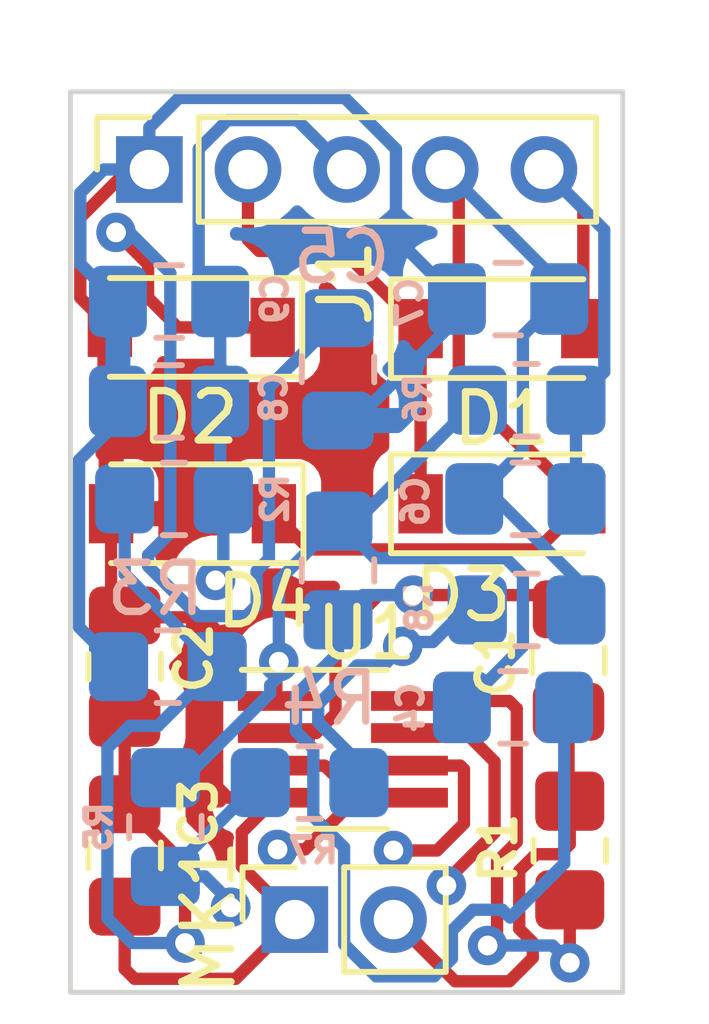
<source format=kicad_pcb>
(kicad_pcb (version 20211014) (generator pcbnew)
  (layers (0 "F.Cu" signal) (1 "In1.Cu" signal) (2 "In2.Cu" signal) (31 "B.Cu" signal) (34 "B.Paste" user) (35 "F.Paste" user) (36 "B.SilkS" user "B.Silkscreen") (37 "F.SilkS" user "F.Silkscreen") (38 "B.Mask" user) (39 "F.Mask" user) (44 "Edge.Cuts" user))
  (net 0 "")
  (net 1 "Net-(C1-Pad1)")
  (net 2 "Net-(C1-Pad2)")
  (net 3 "GND")
  (net 4 "Net-(C2-Pad2)")
  (net 5 "Net-(C4-Pad2)")
  (net 6 "Net-(C5-Pad1)")
  (net 7 "Net-(C6-Pad1)")
  (net 8 "10V")
  (net 9 "5V")
  (net 10 "Net-(R5-Pad2)")
  (net 11 "Net-(R7-Pad2)")
  (footprint "Capacitor_SMD:C_0805_2012Metric_Pad1.18x1.45mm_HandSolder" (layer "F.Cu") (at 30.3 24.7 90)
    (fp_text reference "C1" (at -0.05 -1.475 90) (layer "F.SilkS") (effects (font (size 0.7 0.7))))
    (fp_text value "2.2uF")
    (fp_line (start -0.261252 0.735) (end 0.261252 0.735) (layer "F.SilkS") (width 0.12))
    (fp_line (start -0.261252 -0.735) (end 0.261252 -0.735) (layer "F.SilkS") (width 0.12))
    (pad "1" smd roundrect (at -1.0375 0 90) (size 1.175 1.45) (layers "F.Cu" "F.Paste" "F.Mask") (roundrect_rratio 0.212766) (net 1 "Net-(C1-Pad1)"))
    (pad "2" smd roundrect (at 1.0375 0 90) (size 1.175 1.45) (layers "F.Cu" "F.Paste" "F.Mask") (roundrect_rratio 0.212766) (net 2 "Net-(C1-Pad2)"))
  )
  (footprint "Capacitor_SMD:C_0805_2012Metric_Pad1.18x1.45mm_HandSolder" (layer "F.Cu") (at 21.3 28.65 90)
    (fp_text reference "C3" (at 0.85 1.5 90) (layer "F.SilkS") (effects (font (size 0.7 0.7))))
    (fp_text value "0.1uF")
    (fp_line (start -0.261252 -0.735) (end 0.261252 -0.735) (layer "F.SilkS") (width 0.12))
    (fp_line (start -0.261252 0.735) (end 0.261252 0.735) (layer "F.SilkS") (width 0.12))
    (pad "1" smd roundrect (at -1.0375 0 90) (size 1.175 1.45) (layers "F.Cu" "F.Paste" "F.Mask") (roundrect_rratio 0.212766) (net 3 "GND"))
    (pad "2" smd roundrect (at 1.0375 0 90) (size 1.175 1.45) (layers "F.Cu" "F.Paste" "F.Mask") (roundrect_rratio 0.212766) (net 4 "Net-(C2-Pad2)"))
  )
  (footprint "Diode_SMD:D_SOD-123" (layer "F.Cu") (at 28.95 21.525)
    (fp_text reference "D3" (at -0.8 1.85) (layer "F.SilkS"))
    (fp_text value "D_Zener")
    (fp_line (start -2.25 -1) (end 1.65 -1) (layer "F.SilkS") (width 0.12))
    (fp_line (start -2.25 1) (end 1.65 1) (layer "F.SilkS") (width 0.12))
    (fp_line (start -2.25 -1) (end -2.25 1) (layer "F.SilkS") (width 0.12))
    (pad "1" smd rect (at -1.65 0) (size 0.9 1.2) (layers "F.Cu" "F.Paste" "F.Mask") (net 9 "5V"))
    (pad "2" smd rect (at 1.65 0) (size 0.9 1.2) (layers "F.Cu" "F.Paste" "F.Mask") (net 7 "Net-(C6-Pad1)"))
  )
  (footprint "Capacitor_SMD:C_0805_2012Metric_Pad1.18x1.45mm_HandSolder" (layer "F.Cu") (at 21.3 24.825 -90)
    (fp_text reference "C2" (at -0.175 -1.4 90) (layer "F.SilkS") (effects (font (size 0.7 0.7))))
    (fp_text value "1uF")
    (fp_line (start -0.261252 -0.735) (end 0.261252 -0.735) (layer "F.SilkS") (width 0.12))
    (fp_line (start -0.261252 0.735) (end 0.261252 0.735) (layer "F.SilkS") (width 0.12))
    (pad "1" smd roundrect (at -1.0375 0 270) (size 1.175 1.45) (layers "F.Cu" "F.Paste" "F.Mask") (roundrect_rratio 0.212766) (net 3 "GND"))
    (pad "2" smd roundrect (at 1.0375 0 270) (size 1.175 1.45) (layers "F.Cu" "F.Paste" "F.Mask") (roundrect_rratio 0.212766) (net 4 "Net-(C2-Pad2)"))
  )
  (footprint "Resistor_SMD:R_0805_2012Metric_Pad1.20x1.40mm_HandSolder" (layer "F.Cu") (at 30.325 28.55 90)
    (fp_text reference "R1" (at 0.05 -1.45 90) (layer "F.SilkS") (effects (font (size 0.7 0.7))))
    (fp_text value "10k")
    (fp_line (start -0.227064 -0.735) (end 0.227064 -0.735) (layer "F.SilkS") (width 0.12))
    (fp_line (start -0.227064 0.735) (end 0.227064 0.735) (layer "F.SilkS") (width 0.12))
    (pad "1" smd roundrect (at -1 0 90) (size 1.2 1.4) (layers "F.Cu" "F.Paste" "F.Mask") (roundrect_rratio 0.208333) (net 8 "10V"))
    (pad "2" smd roundrect (at 1 0 90) (size 1.2 1.4) (layers "F.Cu" "F.Paste" "F.Mask") (roundrect_rratio 0.208333) (net 1 "Net-(C1-Pad1)"))
  )
  (footprint "Package_TO_SOT_SMD:SOT-23-8_Handsoldering" (layer "F.Cu") (at 25.725 26.5)
    (fp_text reference "U1" (at 0.475 -2.35) (layer "F.SilkS"))
    (fp_text value "TL072")
    (fp_line (start 0.9 -1.61) (end -2.05 -1.61) (layer "F.SilkS") (width 0.12))
    (fp_line (start -0.9 1.61) (end 0.9 1.61) (layer "F.SilkS") (width 0.12))
    (pad "1" smd rect (at -1.35 -0.98) (size 1.56 0.4) (layers "F.Cu" "F.Paste" "F.Mask") (net 5 "Net-(C4-Pad2)"))
    (pad "2" smd rect (at -1.35 -0.33) (size 1.56 0.4) (layers "F.Cu" "F.Paste" "F.Mask") (net 2 "Net-(C1-Pad2)"))
    (pad "3" smd rect (at -1.35 0.33) (size 1.56 0.4) (layers "F.Cu" "F.Paste" "F.Mask") (net 4 "Net-(C2-Pad2)"))
    (pad "4" smd rect (at -1.35 0.98) (size 1.56 0.4) (layers "F.Cu" "F.Paste" "F.Mask") (net 3 "GND"))
    (pad "5" smd rect (at 1.35 0.98) (size 1.56 0.4) (layers "F.Cu" "F.Paste" "F.Mask") (net 4 "Net-(C2-Pad2)"))
    (pad "6" smd rect (at 1.35 0.33) (size 1.56 0.4) (layers "F.Cu" "F.Paste" "F.Mask") (net 10 "Net-(R5-Pad2)"))
    (pad "7" smd rect (at 1.35 -0.33) (size 1.56 0.4) (layers "F.Cu" "F.Paste" "F.Mask") (net 11 "Net-(R7-Pad2)"))
    (pad "8" smd rect (at 1.35 -0.98) (size 1.56 0.4) (layers "F.Cu" "F.Paste" "F.Mask") (net 8 "10V"))
  )
  (footprint "Diode_SMD:D_SOD-123" (layer "F.Cu") (at 28.95 17.975)
    (fp_text reference "D1" (at 0 1.825) (layer "F.SilkS"))
    (fp_text value "D_Zener")
    (fp_line (start -2.25 -1) (end 1.65 -1) (layer "F.SilkS") (width 0.12))
    (fp_line (start -2.25 -1) (end -2.25 1) (layer "F.SilkS") (width 0.12))
    (fp_line (start -2.25 1) (end 1.65 1) (layer "F.SilkS") (width 0.12))
    (pad "1" smd rect (at -1.65 0) (size 0.9 1.2) (layers "F.Cu" "F.Paste" "F.Mask") (net 9 "5V"))
    (pad "2" smd rect (at 1.65 0) (size 0.9 1.2) (layers "F.Cu" "F.Paste" "F.Mask") (net 6 "Net-(C5-Pad1)"))
  )
  (footprint "Connector_PinSocket_2.00mm:PinSocket_1x02_P2.00mm_Vertical" (layer "F.Cu") (at 24.75 29.95 90)
    (fp_text reference "MK1" (at 0.05 -1.75 90) (layer "F.SilkS"))
    (fp_text value "Micro")
    (fp_line (start -1.06 3.06) (end 1.06 3.06) (layer "F.SilkS") (width 0.12))
    (fp_line (start -1.06 1) (end -1.06 3.06) (layer "F.SilkS") (width 0.12))
    (fp_line (start 1.06 -1.06) (end 1.06 0) (layer "F.SilkS") (width 0.12))
    (fp_line (start 1.06 1) (end 1.06 3.06) (layer "F.SilkS") (width 0.12))
    (fp_line (start -1.06 1) (end 1.06 1) (layer "F.SilkS") (width 0.12))
    (fp_line (start 0 -1.06) (end 1.06 -1.06) (layer "F.SilkS") (width 0.12))
    (pad "1" thru_hole rect (at 0 0 90) (size 1.35 1.35) (drill 0.8) (layers *.Cu *.Mask) (net 3 "GND"))
    (pad "2" thru_hole oval (at 0 2 90) (size 1.35 1.35) (drill 0.8) (layers *.Cu *.Mask) (net 1 "Net-(C1-Pad1)"))
  )
  (footprint "Connector_PinSocket_2.00mm:PinSocket_1x05_P2.00mm_Vertical" (layer "F.Cu") (at 21.8 14.75 90)
    (fp_text reference "J1" (at -2.3 3.975 90) (layer "F.SilkS"))
    (fp_text value "Conn_MB")
    (fp_line (start -1.06 1) (end -1.06 9.06) (layer "F.SilkS") (width 0.12))
    (fp_line (start -1.06 1) (end 1.06 1) (layer "F.SilkS") (width 0.12))
    (fp_line (start 1.06 -1.06) (end 1.06 0) (layer "F.SilkS") (width 0.12))
    (fp_line (start 1.06 1) (end 1.06 9.06) (layer "F.SilkS") (width 0.12))
    (fp_line (start -1.06 9.06) (end 1.06 9.06) (layer "F.SilkS") (width 0.12))
    (fp_line (start 0 -1.06) (end 1.06 -1.06) (layer "F.SilkS") (width 0.12))
    (pad "1" thru_hole rect (at 0 0 90) (size 1.35 1.35) (drill 0.8) (layers *.Cu *.Mask) (net 3 "GND"))
    (pad "2" thru_hole oval (at 0 2 90) (size 1.35 1.35) (drill 0.8) (layers *.Cu *.Mask) (net 9 "5V"))
    (pad "3" thru_hole oval (at 0 4 90) (size 1.35 1.35) (drill 0.8) (layers *.Cu *.Mask) (net 8 "10V"))
    (pad "4" thru_hole oval (at 0 6 90) (size 1.35 1.35) (drill 0.8) (layers *.Cu *.Mask) (net 7 "Net-(C6-Pad1)"))
    (pad "5" thru_hole oval (at 0 8 90) (size 1.35 1.35) (drill 0.8) (layers *.Cu *.Mask) (net 6 "Net-(C5-Pad1)"))
  )
  (footprint "Diode_SMD:D_SOD-123" (layer "F.Cu") (at 22.675 21.725 180)
    (fp_text reference "D4" (at -1.475 -1.775) (layer "F.SilkS"))
    (fp_text value "D_Zener")
    (fp_line (start -2.25 1) (end 1.65 1) (layer "F.SilkS") (width 0.12))
    (fp_line (start -2.25 -1) (end 1.65 -1) (layer "F.SilkS") (width 0.12))
    (fp_line (start -2.25 -1) (end -2.25 1) (layer "F.SilkS") (width 0.12))
    (pad "1" smd rect (at -1.65 0 180) (size 0.9 1.2) (layers "F.Cu" "F.Paste" "F.Mask") (net 7 "Net-(C6-Pad1)"))
    (pad "2" smd rect (at 1.65 0 180) (size 0.9 1.2) (layers "F.Cu" "F.Paste" "F.Mask") (net 3 "GND"))
  )
  (footprint "Diode_SMD:D_SOD-123" (layer "F.Cu") (at 22.65 17.95 180)
    (fp_text reference "D2" (at 0.025 -1.825) (layer "F.SilkS"))
    (fp_text value "D_Zener")
    (fp_line (start -2.25 -1) (end 1.65 -1) (layer "F.SilkS") (width 0.12))
    (fp_line (start -2.25 -1) (end -2.25 1) (layer "F.SilkS") (width 0.12))
    (fp_line (start -2.25 1) (end 1.65 1) (layer "F.SilkS") (width 0.12))
    (pad "1" smd rect (at -1.65 0 180) (size 0.9 1.2) (layers "F.Cu" "F.Paste" "F.Mask") (net 6 "Net-(C5-Pad1)"))
    (pad "2" smd rect (at 1.65 0 180) (size 0.9 1.2) (layers "F.Cu" "F.Paste" "F.Mask") (net 3 "GND"))
  )
  (footprint "Capacitor_SMD:C_0805_2012Metric_Pad1.18x1.45mm_HandSolder" (layer "B.Cu") (at 29.175 25.65 180)
    (fp_text reference "C4" (at 2.075 0 90) (layer "B.SilkS") (effects (font (size 0.5 0.5) (thickness 0.125)) (justify mirror)))
    (fp_text value "10pF")
    (fp_line (start -0.261252 -0.735) (end 0.261252 -0.735) (layer "B.SilkS") (width 0.12))
    (fp_line (start -0.261252 0.735) (end 0.261252 0.735) (layer "B.SilkS") (width 0.12))
    (pad "1" smd roundrect (at -1.0375 0 180) (size 1.175 1.45) (layers "B.Cu" "B.Paste" "B.Mask") (roundrect_rratio 0.212766) (net 2 "Net-(C1-Pad2)"))
    (pad "2" smd roundrect (at 1.0375 0 180) (size 1.175 1.45) (layers "B.Cu" "B.Paste" "B.Mask") (roundrect_rratio 0.212766) (net 5 "Net-(C4-Pad2)"))
  )
  (footprint "Capacitor_SMD:C_0805_2012Metric_Pad1.18x1.45mm_HandSolder" (layer "B.Cu") (at 22.2 17.425)
    (fp_text reference "C9" (at 2.15 -0.05 90) (layer "B.SilkS") (effects (font (size 0.5 0.5) (thickness 0.125)) (justify mirror)))
    (fp_text value "0.1uF")
    (fp_line (start -0.261252 0.735) (end 0.261252 0.735) (layer "B.SilkS") (width 0.12))
    (fp_line (start -0.261252 -0.735) (end 0.261252 -0.735) (layer "B.SilkS") (width 0.12))
    (pad "1" smd roundrect (at -1.0375 0) (size 1.175 1.45) (layers "B.Cu" "B.Paste" "B.Mask") (roundrect_rratio 0.212766) (net 3 "GND"))
    (pad "2" smd roundrect (at 1.0375 0) (size 1.175 1.45) (layers "B.Cu" "B.Paste" "B.Mask") (roundrect_rratio 0.212766) (net 8 "10V"))
  )
  (footprint "Resistor_SMD:R_0805_2012Metric_Pad1.20x1.40mm_HandSolder" (layer "B.Cu") (at 22.175 24.825 180)
    (fp_text reference "R3" (at 0.25 1.575) (layer "B.SilkS") (effects (justify mirror)))
    (fp_text value "100k")
    (fp_line (start -0.227064 -0.735) (end 0.227064 -0.735) (layer "B.SilkS") (width 0.12))
    (fp_line (start -0.227064 0.735) (end 0.227064 0.735) (layer "B.SilkS") (width 0.12))
    (pad "1" smd roundrect (at -1 0 180) (size 1.2 1.4) (layers "B.Cu" "B.Paste" "B.Mask") (roundrect_rratio 0.208333) (net 4 "Net-(C2-Pad2)"))
    (pad "2" smd roundrect (at 1 0 180) (size 1.2 1.4) (layers "B.Cu" "B.Paste" "B.Mask") (roundrect_rratio 0.208333) (net 3 "GND"))
  )
  (footprint "Capacitor_SMD:C_0805_2012Metric_Pad1.18x1.45mm_HandSolder" (layer "B.Cu") (at 22.2 19.45)
    (fp_text reference "C8" (at 2.125 -0.075 90) (layer "B.SilkS") (effects (font (size 0.5 0.5) (thickness 0.125)) (justify mirror)))
    (fp_text value "1uF")
    (fp_line (start -0.261252 -0.735) (end 0.261252 -0.735) (layer "B.SilkS") (width 0.12))
    (fp_line (start -0.261252 0.735) (end 0.261252 0.735) (layer "B.SilkS") (width 0.12))
    (pad "1" smd roundrect (at -1.0375 0) (size 1.175 1.45) (layers "B.Cu" "B.Paste" "B.Mask") (roundrect_rratio 0.212766) (net 3 "GND"))
    (pad "2" smd roundrect (at 1.0375 0) (size 1.175 1.45) (layers "B.Cu" "B.Paste" "B.Mask") (roundrect_rratio 0.212766) (net 8 "10V"))
  )
  (footprint "Resistor_SMD:R_0805_2012Metric_Pad1.20x1.40mm_HandSolder" (layer "B.Cu") (at 22.3 21.425 180)
    (fp_text reference "R2" (at -2.05 0 90) (layer "B.SilkS") (effects (font (size 0.5 0.5) (thickness 0.125)) (justify mirror)))
    (fp_text value "100k")
    (fp_line (start -0.227064 -0.735) (end 0.227064 -0.735) (layer "B.SilkS") (width 0.12))
    (fp_line (start -0.227064 0.735) (end 0.227064 0.735) (layer "B.SilkS") (width 0.12))
    (pad "1" smd roundrect (at -1 0 180) (size 1.2 1.4) (layers "B.Cu" "B.Paste" "B.Mask") (roundrect_rratio 0.208333) (net 8 "10V"))
    (pad "2" smd roundrect (at 1 0 180) (size 1.2 1.4) (layers "B.Cu" "B.Paste" "B.Mask") (roundrect_rratio 0.208333) (net 4 "Net-(C2-Pad2)"))
  )
  (footprint "Resistor_SMD:R_0805_2012Metric_Pad1.20x1.40mm_HandSolder" (layer "B.Cu") (at 25.05 27.175)
    (fp_text reference "R7" (at 0.075 1.375) (layer "B.SilkS") (effects (font (size 0.5 0.5) (thickness 0.125)) (justify mirror)))
    (fp_text value "47k")
    (fp_line (start -0.227064 -0.735) (end 0.227064 -0.735) (layer "B.SilkS") (width 0.12))
    (fp_line (start -0.227064 0.735) (end 0.227064 0.735) (layer "B.SilkS") (width 0.12))
    (pad "1" smd roundrect (at -1 0) (size 1.2 1.4) (layers "B.Cu" "B.Paste" "B.Mask") (roundrect_rratio 0.208333) (net 10 "Net-(R5-Pad2)"))
    (pad "2" smd roundrect (at 1 0) (size 1.2 1.4) (layers "B.Cu" "B.Paste" "B.Mask") (roundrect_rratio 0.208333) (net 11 "Net-(R7-Pad2)"))
  )
  (footprint "Capacitor_SMD:C_0805_2012Metric_Pad1.18x1.45mm_HandSolder" (layer "B.Cu") (at 25.625 18.8 -90)
    (fp_text reference "C5" (at -2.275 -0.075 180) (layer "B.SilkS") (effects (justify mirror)))
    (fp_text value "100pF")
    (fp_line (start -0.261252 0.735) (end 0.261252 0.735) (layer "B.SilkS") (width 0.12))
    (fp_line (start -0.261252 -0.735) (end 0.261252 -0.735) (layer "B.SilkS") (width 0.12))
    (pad "1" smd roundrect (at -1.0375 0 270) (size 1.175 1.45) (layers "B.Cu" "B.Paste" "B.Mask") (roundrect_rratio 0.212766) (net 6 "Net-(C5-Pad1)"))
    (pad "2" smd roundrect (at 1.0375 0 270) (size 1.175 1.45) (layers "B.Cu" "B.Paste" "B.Mask") (roundrect_rratio 0.212766) (net 3 "GND"))
  )
  (footprint "Resistor_SMD:R_0805_2012Metric_Pad1.20x1.40mm_HandSolder" (layer "B.Cu") (at 29.45 19.425)
    (fp_text reference "R6" (at -2.2 -0.025 90) (layer "B.SilkS") (effects (font (size 0.5 0.5) (thickness 0.125)) (justify mirror)))
    (fp_text value "51")
    (fp_line (start -0.227064 0.735) (end 0.227064 0.735) (layer "B.SilkS") (width 0.12))
    (fp_line (start -0.227064 -0.735) (end 0.227064 -0.735) (layer "B.SilkS") (width 0.12))
    (pad "1" smd roundrect (at -1 0) (size 1.2 1.4) (layers "B.Cu" "B.Paste" "B.Mask") (roundrect_rratio 0.208333) (net 5 "Net-(C4-Pad2)"))
    (pad "2" smd roundrect (at 1 0) (size 1.2 1.4) (layers "B.Cu" "B.Paste" "B.Mask") (roundrect_rratio 0.208333) (net 6 "Net-(C5-Pad1)"))
  )
  (footprint "Capacitor_SMD:C_0805_2012Metric_Pad1.18x1.45mm_HandSolder" (layer "B.Cu") (at 29.075 17.375)
    (fp_text reference "C7" (at -2 0.075 90) (layer "B.SilkS") (effects (font (size 0.5 0.5) (thickness 0.125)) (justify mirror)))
    (fp_text value "100pF")
    (fp_line (start -0.261252 0.735) (end 0.261252 0.735) (layer "B.SilkS") (width 0.12))
    (fp_line (start -0.261252 -0.735) (end 0.261252 -0.735) (layer "B.SilkS") (width 0.12))
    (pad "1" smd roundrect (at -1.0375 0) (size 1.175 1.45) (layers "B.Cu" "B.Paste" "B.Mask") (roundrect_rratio 0.212766) (net 3 "GND"))
    (pad "2" smd roundrect (at 1.0375 0) (size 1.175 1.45) (layers "B.Cu" "B.Paste" "B.Mask") (roundrect_rratio 0.212766) (net 7 "Net-(C6-Pad1)"))
  )
  (footprint "Resistor_SMD:R_0805_2012Metric_Pad1.20x1.40mm_HandSolder" (layer "B.Cu") (at 25.625 22.875 90)
    (fp_text reference "R4" (at -2.6 -0.175 180) (layer "B.SilkS") (effects (justify mirror)))
    (fp_text value "75k")
    (fp_line (start -0.227064 0.735) (end 0.227064 0.735) (layer "B.SilkS") (width 0.12))
    (fp_line (start -0.227064 -0.735) (end 0.227064 -0.735) (layer "B.SilkS") (width 0.12))
    (pad "1" smd roundrect (at -1 0 90) (size 1.2 1.4) (layers "B.Cu" "B.Paste" "B.Mask") (roundrect_rratio 0.208333) (net 2 "Net-(C1-Pad2)"))
    (pad "2" smd roundrect (at 1 0 90) (size 1.2 1.4) (layers "B.Cu" "B.Paste" "B.Mask") (roundrect_rratio 0.208333) (net 5 "Net-(C4-Pad2)"))
  )
  (footprint "Resistor_SMD:R_0805_2012Metric_Pad1.20x1.40mm_HandSolder" (layer "B.Cu") (at 29.45 23.675)
    (fp_text reference "R8" (at -2.175 -0.05 90) (layer "B.SilkS") (effects (font (size 0.5 0.5) (thickness 0.125)) (justify mirror)))
    (fp_text value "51")
    (fp_line (start -0.227064 0.735) (end 0.227064 0.735) (layer "B.SilkS") (width 0.12))
    (fp_line (start -0.227064 -0.735) (end 0.227064 -0.735) (layer "B.SilkS") (width 0.12))
    (pad "1" smd roundrect (at -1 0) (size 1.2 1.4) (layers "B.Cu" "B.Paste" "B.Mask") (roundrect_rratio 0.208333) (net 11 "Net-(R7-Pad2)"))
    (pad "2" smd roundrect (at 1 0) (size 1.2 1.4) (layers "B.Cu" "B.Paste" "B.Mask") (roundrect_rratio 0.208333) (net 7 "Net-(C6-Pad1)"))
  )
  (footprint "Resistor_SMD:R_0805_2012Metric_Pad1.20x1.40mm_HandSolder" (layer "B.Cu") (at 22.125 28.075 -90)
    (fp_text reference "R5" (at 0 1.35 90) (layer "B.SilkS") (effects (font (size 0.5 0.5) (thickness 0.125)) (justify mirror)))
    (fp_text value "47k")
    (fp_line (start -0.227064 0.735) (end 0.227064 0.735) (layer "B.SilkS") (width 0.12))
    (fp_line (start -0.227064 -0.735) (end 0.227064 -0.735) (layer "B.SilkS") (width 0.12))
    (pad "1" smd roundrect (at -1 0 270) (size 1.2 1.4) (layers "B.Cu" "B.Paste" "B.Mask") (roundrect_rratio 0.208333) (net 5 "Net-(C4-Pad2)"))
    (pad "2" smd roundrect (at 1 0 270) (size 1.2 1.4) (layers "B.Cu" "B.Paste" "B.Mask") (roundrect_rratio 0.208333) (net 10 "Net-(R5-Pad2)"))
  )
  (footprint "Capacitor_SMD:C_0805_2012Metric_Pad1.18x1.45mm_HandSolder" (layer "B.Cu") (at 29.425 21.425)
    (fp_text reference "C6" (at -2.225 0.05 90) (layer "B.SilkS") (effects (font (size 0.5 0.5) (thickness 0.125)) (justify mirror)))
    (fp_text value "22nF")
    (fp_line (start -0.261252 -0.735) (end 0.261252 -0.735) (layer "B.SilkS") (width 0.12))
    (fp_line (start -0.261252 0.735) (end 0.261252 0.735) (layer "B.SilkS") (width 0.12))
    (pad "1" smd roundrect (at -1.0375 0) (size 1.175 1.45) (layers "B.Cu" "B.Paste" "B.Mask") (roundrect_rratio 0.212766) (net 7 "Net-(C6-Pad1)"))
    (pad "2" smd roundrect (at 1.0375 0) (size 1.175 1.45) (layers "B.Cu" "B.Paste" "B.Mask") (roundrect_rratio 0.212766) (net 6 "Net-(C5-Pad1)"))
  )
  (gr_rect locked (start 20.2 13.175) (end 31.4 31.425) (layer "Edge.Cuts") (width 0.1) (fill none))
  (segment (start 29.575 30.725) (end 29.1 31.2) (width 0.25) (layer "F.Cu") (net 1))
  (segment (start 29.575 30.412493) (end 29.575 30.725) (width 0.25) (layer "F.Cu") (net 1))
  (segment (start 30.3 27.525) (end 30.325 27.55) (width 0.25) (layer "F.Cu") (net 1))
  (segment (start 30.12452 28.62548) (end 29.637027 28.62548) (width 0.25) (layer "F.Cu") (net 1))
  (segment (start 30.3 25.7375) (end 30.3 27.525) (width 0.25) (layer "F.Cu") (net 1))
  (segment (start 29.30048 30.137973) (end 29.575 30.412493) (width 0.25) (layer "F.Cu") (net 1))
  (segment (start 28 31.2) (end 26.75 29.95) (width 0.25) (layer "F.Cu") (net 1))
  (segment (start 29.637027 28.62548) (end 29.30048 28.962027) (width 0.25) (layer "F.Cu") (net 1))
  (segment (start 29.30048 28.962027) (end 29.30048 30.137973) (width 0.25) (layer "F.Cu") (net 1))
  (segment (start 29.1 31.2) (end 28 31.2) (width 0.25) (layer "F.Cu") (net 1))
  (segment (start 30.325 28.425) (end 30.12452 28.62548) (width 0.25) (layer "F.Cu") (net 1))
  (segment (start 30.325 27.55) (end 30.325 28.425) (width 0.25) (layer "F.Cu") (net 1))
  (segment (start 26.45 23.375) (end 25.575 24.25) (width 0.25) (layer "F.Cu") (net 2))
  (segment (start 30.0125 23.375) (end 27.15 23.375) (width 0.25) (layer "F.Cu") (net 2))
  (segment (start 27.15 23.375) (end 26.45 23.375) (width 0.25) (layer "F.Cu") (net 2))
  (segment (start 25.575 25.775) (end 25.18 26.17) (width 0.25) (layer "F.Cu") (net 2))
  (segment (start 25.575 24.25) (end 25.575 25.775) (width 0.25) (layer "F.Cu") (net 2))
  (segment (start 30.3 23.6625) (end 30.0125 23.375) (width 0.25) (layer "F.Cu") (net 2))
  (segment (start 25.18 26.17) (end 24.375 26.17) (width 0.25) (layer "F.Cu") (net 2))
  (via (at 27.15 23.375) (size 0.8) (drill 0.4) (layers "F.Cu" "B.Cu") (net 2))
  (segment (start 27.934895 30.175397) (end 28.359303 29.750989) (width 0.25) (layer "B.Cu") (net 2))
  (segment (start 26.4 31.1) (end 27.575 31.1) (width 0.25) (layer "B.Cu") (net 2))
  (segment (start 24.775 26.136547) (end 25.12548 26.487027) (width 0.25) (layer "B.Cu") (net 2))
  (segment (start 24.775 25.4) (end 24.775 26.136547) (width 0.25) (layer "B.Cu") (net 2))
  (segment (start 29.11676 29.90824) (end 30.2125 28.8125) (width 0.25) (layer "B.Cu") (net 2))
  (segment (start 28.359303 29.750989) (end 28.959509 29.750989) (width 0.25) (layer "B.Cu") (net 2))
  (segment (start 26.125 23.375) (end 25.625 23.875) (width 0.25) (layer "B.Cu") (net 2))
  (segment (start 25.625 24.55) (end 24.775 25.4) (width 0.25) (layer "B.Cu") (net 2))
  (segment (start 25.12548 26.487027) (end 25.12548 27.862973) (width 0.25) (layer "B.Cu") (net 2))
  (segment (start 25.750489 30.450489) (end 26.4 31.1) (width 0.25) (layer "B.Cu") (net 2))
  (segment (start 27.934895 30.740105) (end 27.934895 30.175397) (width 0.25) (layer "B.Cu") (net 2))
  (segment (start 30.2125 28.8125) (end 30.2125 25.65) (width 0.25) (layer "B.Cu") (net 2))
  (segment (start 27.575 31.1) (end 27.934895 30.740105) (width 0.25) (layer "B.Cu") (net 2))
  (segment (start 25.750489 28.487982) (end 25.750489 30.450489) (width 0.25) (layer "B.Cu") (net 2))
  (segment (start 28.959509 29.750989) (end 29.11676 29.90824) (width 0.25) (layer "B.Cu") (net 2))
  (segment (start 25.12548 27.862973) (end 25.750489 28.487982) (width 0.25) (layer "B.Cu") (net 2))
  (segment (start 27.15 23.375) (end 26.125 23.375) (width 0.25) (layer "B.Cu") (net 2))
  (segment (start 25.625 23.875) (end 25.625 24.55) (width 0.25) (layer "B.Cu") (net 2))
  (segment (start 21.3 23.7875) (end 21.3375 23.825) (width 0.25) (layer "F.Cu") (net 3))
  (segment (start 23.55 31.15) (end 24.75 29.95) (width 0.25) (layer "F.Cu") (net 3))
  (segment (start 21.3 29.6875) (end 21.3 30.95) (width 0.25) (layer "F.Cu") (net 3))
  (segment (start 23.175 27.259022) (end 23.395978 27.48) (width 0.25) (layer "F.Cu") (net 3))
  (segment (start 23.395978 27.48) (end 24.375 27.48) (width 0.25) (layer "F.Cu") (net 3))
  (segment (start 21 17.95) (end 21 21.7) (width 0.25) (layer "F.Cu") (net 3))
  (segment (start 21.025 23.5125) (end 21.3 23.7875) (width 0.25) (layer "F.Cu") (net 3))
  (segment (start 24.375 27.48) (end 23.675 28.18) (width 0.25) (layer "F.Cu") (net 3))
  (segment (start 21.025 21.725) (end 21.025 23.5125) (width 0.25) (layer "F.Cu") (net 3))
  (segment (start 23.175 24.1) (end 23.175 27.259022) (width 0.25) (layer "F.Cu") (net 3))
  (segment (start 21.3375 23.825) (end 22.9 23.825) (width 0.25) (layer "F.Cu") (net 3))
  (segment (start 21.5 31.15) (end 23.55 31.15) (width 0.25) (layer "F.Cu") (net 3))
  (segment (start 21.375 14.75) (end 20.4 15.725) (width 0.25) (layer "F.Cu") (net 3))
  (segment (start 22.9 23.825) (end 23.175 24.1) (width 0.25) (layer "F.Cu") (net 3))
  (segment (start 21.8 14.75) (end 21.375 14.75) (width 0.25) (layer "F.Cu") (net 3))
  (segment (start 23.675 28.18) (end 23.675 28.875) (width 0.25) (layer "F.Cu") (net 3))
  (segment (start 20.4 15.725) (end 20.4 17.35) (width 0.25) (layer "F.Cu") (net 3))
  (segment (start 21.3 30.95) (end 21.5 31.15) (width 0.25) (layer "F.Cu") (net 3))
  (segment (start 20.4 17.35) (end 21 17.95) (width 0.25) (layer "F.Cu") (net 3))
  (segment (start 23.675 28.875) (end 24.75 29.95) (width 0.25) (layer "F.Cu") (net 3))
  (segment (start 21 21.7) (end 21.025 21.725) (width 0.25) (layer "F.Cu") (net 3))
  (segment (start 26.799511 14.335988) (end 26.799511 16.137011) (width 0.25) (layer "B.Cu") (net 3))
  (segment (start 20.4 15.225) (end 20.4 16.6625) (width 0.25) (layer "B.Cu") (net 3))
  (segment (start 21.8 14.75) (end 21.8 13.9) (width 0.25) (layer "B.Cu") (net 3))
  (segment (start 21.8 14.75) (end 20.875 14.75) (width 0.25) (layer "B.Cu") (net 3))
  (segment (start 20.875 14.75) (end 20.4 15.225) (width 0.25) (layer "B.Cu") (net 3))
  (segment (start 21.1625 19.850007) (end 20.37548 20.637027) (width 0.25) (layer "B.Cu") (net 3))
  (segment (start 28.2375 17.575) (end 25.975 19.8375) (width 0.25) (layer "B.Cu") (net 3))
  (segment (start 21.1625 19.45) (end 21.1625 19.850007) (width 0.25) (layer "B.Cu") (net 3))
  (segment (start 21.8 13.9) (end 22.39998 13.30002) (width 0.25) (layer "B.Cu") (net 3))
  (segment (start 25.763543 13.30002) (end 26.799511 14.335988) (width 0.25) (layer "B.Cu") (net 3))
  (segment (start 20.37548 24.02548) (end 21.175 24.825) (width 0.25) (layer "B.Cu") (net 3))
  (segment (start 26.799511 16.137011) (end 28.2375 17.575) (width 0.25) (layer "B.Cu") (net 3))
  (segment (start 25.975 19.8375) (end 25.625 19.8375) (width 0.25) (layer "B.Cu") (net 3))
  (segment (start 20.37548 20.637027) (end 20.37548 24.02548) (width 0.25) (layer "B.Cu") (net 3))
  (segment (start 20.4 16.6625) (end 21.1625 17.425) (width 0.25) (layer "B.Cu") (net 3))
  (segment (start 22.39998 13.30002) (end 25.763543 13.30002) (width 0.25) (layer "B.Cu") (net 3))
  (segment (start 21.1625 17.425) (end 21.1625 19.45) (width 0.25) (layer "B.Cu") (net 3))
  (segment (start 24.3995 28.5275) (end 24.956522 28.5275) (width 0.25) (layer "F.Cu") (net 4))
  (segment (start 25.354022 26.83) (end 24.375 26.83) (width 0.25) (layer "F.Cu") (net 4))
  (segment (start 22.524167 30.4255) (end 22.524167 28.836667) (width 0.25) (layer "F.Cu") (net 4))
  (segment (start 22.524167 28.836667) (end 21.3 27.6125) (width 0.25) (layer "F.Cu") (net 4))
  (segment (start 24.956522 28.5275) (end 26.004022 27.48) (width 0.25) (layer "F.Cu") (net 4))
  (segment (start 27.075 27.48) (end 26.004022 27.48) (width 0.25) (layer "F.Cu") (net 4))
  (segment (start 26.004022 27.48) (end 25.354022 26.83) (width 0.25) (layer "F.Cu") (net 4))
  (segment (start 21.3 25.8625) (end 21.3 27.6125) (width 0.25) (layer "F.Cu") (net 4))
  (via (at 22.524167 30.4255) (size 0.8) (drill 0.4) (layers "F.Cu" "B.Cu") (net 4))
  (via (at 24.3995 28.5275) (size 0.8) (drill 0.4) (layers "F.Cu" "B.Cu") (net 4))
  (segment (start 21.3 21.425) (end 21.3 22.95) (width 0.25) (layer "B.Cu") (net 4))
  (segment (start 21.975 26.025) (end 23.175 24.825) (width 0.25) (layer "B.Cu") (net 4))
  (segment (start 22.524167 30.4255) (end 21.4505 30.4255) (width 0.25) (layer "B.Cu") (net 4))
  (segment (start 20.95 26.475) (end 21.4 26.025) (width 0.25) (layer "B.Cu") (net 4))
  (segment (start 21.4 26.025) (end 21.975 26.025) (width 0.25) (layer "B.Cu") (net 4))
  (segment (start 21.4505 30.4255) (end 20.95 29.925) (width 0.25) (layer "B.Cu") (net 4))
  (segment (start 20.95 29.925) (end 20.95 26.475) (width 0.25) (layer "B.Cu") (net 4))
  (segment (start 21.3 22.95) (end 23.175 24.825) (width 0.25) (layer "B.Cu") (net 4))
  (segment (start 24.375 25.52) (end 24.375 24.85) (width 0.25) (layer "F.Cu") (net 5))
  (segment (start 24.375 24.85) (end 24.4 24.825) (width 0.25) (layer "F.Cu") (net 5))
  (via (at 24.425 24.725) (size 0.8) (drill 0.4) (layers "F.Cu" "B.Cu") (net 5))
  (segment (start 29.37452 22.97452) (end 29.025 22.625) (width 0.25) (layer "B.Cu") (net 5))
  (segment (start 22.537493 27.075) (end 22.125 27.075) (width 0.25) (layer "B.Cu") (net 5))
  (segment (start 26 21.875) (end 25.625 21.875) (width 0.25) (layer "B.Cu") (net 5))
  (segment (start 24.25 25.362493) (end 22.537493 27.075) (width 0.25) (layer "B.Cu") (net 5))
  (segment (start 24.25 25.2) (end 24.25 25.362493) (width 0.25) (layer "B.Cu") (net 5))
  (segment (start 24.425 24.725) (end 24.425 23.075) (width 0.25) (layer "B.Cu") (net 5))
  (segment (start 24.425 25.025) (end 24.425 24.725) (width 0.25) (layer "B.Cu") (net 5))
  (segment (start 29.025 22.625) (end 26.375 22.625) (width 0.25) (layer "B.Cu") (net 5))
  (segment (start 28.45 19.425) (end 26 21.875) (width 0.25) (layer "B.Cu") (net 5))
  (segment (start 24.425 23.075) (end 25.625 21.875) (width 0.25) (layer "B.Cu") (net 5))
  (segment (start 28.1375 25.65) (end 29.37452 24.41298) (width 0.25) (layer "B.Cu") (net 5))
  (segment (start 26.375 22.625) (end 25.625 21.875) (width 0.25) (layer "B.Cu") (net 5))
  (segment (start 29.37452 24.41298) (end 29.37452 22.97452) (width 0.25) (layer "B.Cu") (net 5))
  (segment (start 24.25 25.2) (end 24.425 25.025) (width 0.25) (layer "B.Cu") (net 5))
  (segment (start 30.6 15.55) (end 30.6 17.975) (width 0.25) (layer "F.Cu") (net 6))
  (segment (start 21.774511 17.349511) (end 22.375 17.95) (width 0.25) (layer "F.Cu") (net 6))
  (segment (start 21.774511 16.674512) (end 21.774511 17.349511) (width 0.25) (layer "F.Cu") (net 6))
  (segment (start 29.8 14.75) (end 30.6 15.55) (width 0.25) (layer "F.Cu") (net 6))
  (segment (start 22.375 17.95) (end 24.3 17.95) (width 0.25) (layer "F.Cu") (net 6))
  (segment (start 21.124799 16.0248) (end 21.774511 16.674512) (width 0.25) (layer "F.Cu") (net 6))
  (via (at 21.124799 16.0248) (size 0.8) (drill 0.4) (layers "F.Cu" "B.Cu") (net 6))
  (segment (start 22.22452 16.84952) (end 21.3998 16.0248) (width 0.25) (layer "B.Cu") (net 6))
  (segment (start 30.45 19.425) (end 31.02452 18.85048) (width 0.25) (layer "B.Cu") (net 6))
  (segment (start 30.45 21.4125) (end 30.4625 21.425) (width 0.25) (layer "B.Cu") (net 6))
  (segment (start 30.45 19.425) (end 30.45 21.4125) (width 0.25) (layer "B.Cu") (net 6))
  (segment (start 31.02452 18.85048) (end 31.02452 15.97452) (width 0.25) (layer "B.Cu") (net 6))
  (segment (start 31.02452 15.97452) (end 29.8 14.75) (width 0.25) (layer "B.Cu") (net 6))
  (segment (start 24.22452 22.639762) (end 23.97548 22.888803) (width 0.25) (layer "B.Cu") (net 6))
  (segment (start 22.786198 23.80048) (end 21.775 22.789282) (width 0.25) (layer "B.Cu") (net 6))
  (segment (start 23.762973 23.80048) (end 22.786198 23.80048) (width 0.25) (layer "B.Cu") (net 6))
  (segment (start 23.97548 23.587973) (end 23.762973 23.80048) (width 0.25) (layer "B.Cu") (net 6))
  (segment (start 21.3998 16.0248) (end 21.124799 16.0248) (width 0.25) (layer "B.Cu") (net 6))
  (segment (start 21.775 22.562493) (end 22.22452 22.112973) (width 0.25) (layer "B.Cu") (net 6))
  (segment (start 23.97548 22.888803) (end 23.97548 23.587973) (width 0.25) (layer "B.Cu") (net 6))
  (segment (start 24.22452 19.16298) (end 24.22452 22.639762) (width 0.25) (layer "B.Cu") (net 6))
  (segment (start 21.775 22.789282) (end 21.775 22.562493) (width 0.25) (layer "B.Cu") (net 6))
  (segment (start 25.625 17.7625) (end 24.22452 19.16298) (width 0.25) (layer "B.Cu") (net 6))
  (segment (start 22.22452 22.112973) (end 22.22452 16.84952) (width 0.25) (layer "B.Cu") (net 6))
  (segment (start 29.5 20.425) (end 29.4 20.425) (width 0.25) (layer "F.Cu") (net 7))
  (segment (start 29.4 20.425) (end 28.074511 19.099511) (width 0.25) (layer "F.Cu") (net 7))
  (segment (start 28.074511 15.024511) (end 27.8 14.75) (width 0.25) (layer "F.Cu") (net 7))
  (segment (start 28.074511 19.099511) (end 28.074511 15.024511) (width 0.25) (layer "F.Cu") (net 7))
  (segment (start 25.049511 22.449511) (end 29.675489 22.449511) (width 0.25) (layer "F.Cu") (net 7))
  (segment (start 30.6 21.525) (end 29.5 20.425) (width 0.25) (layer "F.Cu") (net 7))
  (segment (start 29.675489 22.449511) (end 30.6 21.525) (width 0.25) (layer "F.Cu") (net 7))
  (segment (start 24.325 21.725) (end 25.049511 22.449511) (width 0.25) (layer "F.Cu") (net 7))
  (segment (start 29.37452 18.11298) (end 30.1125 17.375) (width 0.25) (layer "B.Cu") (net 7))
  (segment (start 29.37452 20.43798) (end 29.37452 18.11298) (width 0.25) (layer "B.Cu") (net 7))
  (segment (start 30.1125 17.0625) (end 27.8 14.75) (width 0.25) (layer "B.Cu") (net 7))
  (segment (start 30.1125 17.375) (end 30.1125 17.0625) (width 0.25) (layer "B.Cu") (net 7))
  (segment (start 30.45 23.037493) (end 28.837507 21.425) (width 0.25) (layer "B.Cu") (net 7))
  (segment (start 30.45 23.425) (end 30.45 23.037493) (width 0.25) (layer "B.Cu") (net 7))
  (segment (start 28.837507 21.425) (end 28.3875 21.425) (width 0.25) (layer "B.Cu") (net 7))
  (segment (start 28.3875 21.425) (end 29.37452 20.43798) (width 0.25) (layer "B.Cu") (net 7))
  (segment (start 28.659406 30.4755) (end 28.85096 30.283946) (width 0.25) (layer "F.Cu") (net 8))
  (segment (start 29.095 25.52) (end 27.075 25.52) (width 0.25) (layer "F.Cu") (net 8))
  (segment (start 30.325 29.55) (end 30.325 30.825) (width 0.25) (layer "F.Cu") (net 8))
  (segment (start 29.25048 28.376309) (end 29.25048 25.67548) (width 0.25) (layer "F.Cu") (net 8))
  (segment (start 28.85096 30.283946) (end 28.85096 28.77583) (width 0.25) (layer "F.Cu") (net 8))
  (segment (start 28.85096 28.77583) (end 29.25048 28.376309) (width 0.25) (layer "F.Cu") (net 8))
  (segment (start 29.25048 25.67548) (end 29.095 25.52) (width 0.25) (layer "F.Cu") (net 8))
  (via (at 23.141308 23.07598) (size 0.8) (drill 0.4) (layers "F.Cu" "B.Cu") (net 8))
  (via (at 30.325 30.825) (size 0.8) (drill 0.4) (layers "F.Cu" "B.Cu") (net 8))
  (via (at 28.659406 30.4755) (size 0.8) (drill 0.4) (layers "F.Cu" "B.Cu") (net 8))
  (segment (start 22.800489 14.335988) (end 22.800489 16.987989) (width 0.25) (layer "B.Cu") (net 8))
  (segment (start 23.385988 13.750489) (end 22.800489 14.335988) (width 0.25) (layer "B.Cu") (net 8))
  (segment (start 23.2375 17.425) (end 23.2375 19.45) (width 0.25) (layer "B.Cu") (net 8))
  (segment (start 23.2375 21.3625) (end 23.3 21.425) (width 0.25) (layer "B.Cu") (net 8))
  (segment (start 28.659406 30.4755) (end 29.9755 30.4755) (width 0.25) (layer "B.Cu") (net 8))
  (segment (start 25.8 14.75) (end 24.800489 13.750489) (width 0.25) (layer "B.Cu") (net 8))
  (segment (start 29.9755 30.4755) (end 30.325 30.825) (width 0.25) (layer "B.Cu") (net 8))
  (segment (start 23.3 22.917288) (end 23.3 21.425) (width 0.25) (layer "B.Cu") (net 8))
  (segment (start 23.141308 23.07598) (end 23.141308 22.966308) (width 0.25) (layer "B.Cu") (net 8))
  (segment (start 23.141308 23.07598) (end 23.3 22.917288) (width 0.25) (layer "B.Cu") (net 8))
  (segment (start 23.2375 19.45) (end 23.2375 21.3625) (width 0.25) (layer "B.Cu") (net 8))
  (segment (start 24.800489 13.750489) (end 23.385988 13.750489) (width 0.25) (layer "B.Cu") (net 8))
  (segment (start 22.800489 16.987989) (end 23.2375 17.425) (width 0.25) (layer "B.Cu") (net 8))
  (segment (start 27.3 17.975) (end 27.3 21.525) (width 0.25) (layer "F.Cu") (net 9))
  (segment (start 23.8 14.75) (end 23.8 16.175) (width 0.25) (layer "F.Cu") (net 9))
  (segment (start 25.725 16.4) (end 27.3 17.975) (width 0.25) (layer "F.Cu") (net 9))
  (segment (start 23.8 16.175) (end 24.025 16.4) (width 0.25) (layer "F.Cu") (net 9))
  (segment (start 24.025 16.4) (end 25.725 16.4) (width 0.25) (layer "F.Cu") (net 9))
  (segment (start 27.634022 28.55) (end 26.75 28.55) (width 0.25) (layer "F.Cu") (net 10))
  (segment (start 28.179511 28.004511) (end 27.634022 28.55) (width 0.25) (layer "F.Cu") (net 10))
  (segment (start 27.075 26.83) (end 28.105 26.83) (width 0.25) (layer "F.Cu") (net 10))
  (segment (start 28.179511 26.904511) (end 28.179511 28.004511) (width 0.25) (layer "F.Cu") (net 10))
  (segment (start 28.105 26.83) (end 28.179511 26.904511) (width 0.25) (layer "F.Cu") (net 10))
  (via (at 23.45 29.7) (size 0.8) (drill 0.4) (layers "F.Cu" "B.Cu") (net 10))
  (via (at 23.45 29.7) (size 0.8) (drill 0.4) (layers "F.Cu" "B.Cu") (net 10))
  (via (at 26.75 28.55) (size 0.8) (drill 0.4) (layers "F.Cu" "B.Cu") (net 10))
  (segment (start 24.025 27.175) (end 22.125 29.075) (width 0.25) (layer "B.Cu") (net 10))
  (segment (start 22.925 29.075) (end 23.45 29.6) (width 0.25) (layer "B.Cu") (net 10))
  (segment (start 22.125 29.075) (end 22.925 29.075) (width 0.25) (layer "B.Cu") (net 10))
  (segment (start 23.45 29.6) (end 23.45 29.7) (width 0.25) (layer "B.Cu") (net 10))
  (segment (start 24.05 27.175) (end 24.025 27.175) (width 0.25) (layer "B.Cu") (net 10))
  (segment (start 28.8 28.191072) (end 28.8 26.75) (width 0.25) (layer "F.Cu") (net 11))
  (segment (start 27.823181 29.262513) (end 27.823181 29.167891) (width 0.25) (layer "F.Cu") (net 11))
  (segment (start 28.8 26.75) (end 28.22 26.17) (width 0.25) (layer "F.Cu") (net 11))
  (segment (start 27.823181 29.167891) (end 28.8 28.191072) (width 0.25) (layer "F.Cu") (net 11))
  (segment (start 28.22 26.17) (end 27.075 26.17) (width 0.25) (layer "F.Cu") (net 11))
  (via (at 27.823181 29.262513) (size 0.8) (drill 0.4) (layers "F.Cu" "B.Cu") (net 11))
  (via (at 26.9375 24.4125) (size 0.8) (drill 0.4) (layers "F.Cu" "B.Cu") (net 11))
  (segment (start 26.55048 24.79952) (end 26.011198 24.79952) (width 0.25) (layer "B.Cu") (net 11))
  (segment (start 26.011198 24.79952) (end 25.22452 25.586198) (width 0.25) (layer "B.Cu") (net 11))
  (segment (start 26.05 26.775829) (end 26.05 27.175) (width 0.25) (layer "B.Cu") (net 11))
  (segment (start 28.45 23.425) (end 27.55 24.325) (width 0.25) (layer "B.Cu") (net 11))
  (segment (start 26.9375 24.4125) (end 26.55048 24.79952) (width 0.25) (layer "B.Cu") (net 11))
  (segment (start 27.025 24.325) (end 26.9375 24.4125) (width 0.25) (layer "B.Cu") (net 11))
  (segment (start 25.22452 25.950349) (end 26.05 26.775829) (width 0.25) (layer "B.Cu") (net 11))
  (segment (start 25.22452 25.586198) (end 25.22452 25.950349) (width 0.25) (layer "B.Cu") (net 11))
  (segment (start 27.55 24.325) (end 27.025 24.325) (width 0.25) (layer "B.Cu") (net 11))
  (zone (net 3) (net_name "GND") (layers "F.Cu" "In1.Cu" "In2.Cu" "B.Cu") (connect_pads (clearance 0.508)) (min_thickness 0.254) (fill yes (thermal_gap 0.508) (thermal_bridge_width 0.508))
    (polygon (pts (xy 31.7 31.775) (xy 19.875 31.875) (xy 19.725 12.725) (xy 31.8 12.925)))
  )
)
</source>
